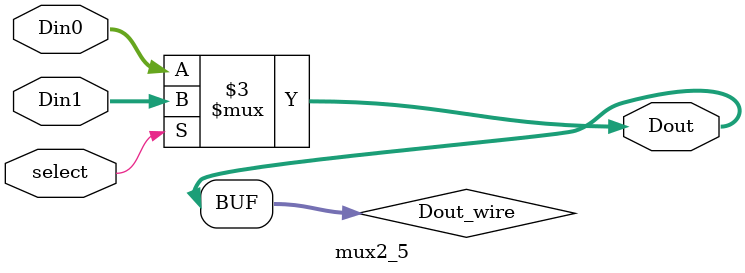
<source format=sv>
module mux2_5 (input [4:0] Din0, Din1,
				   input select,
				   output [4:0] Dout);
				 
logic [4:0] Dout_wire;
assign Dout = Dout_wire;
always @ (Din0 or Din1 or select)		// inputs to mux
begin
	case(select)								// select truth table
	1'b0		:Dout_wire = Din0; 
	default  	:Dout_wire = Din1; 
	endcase
end
endmodule 
</source>
